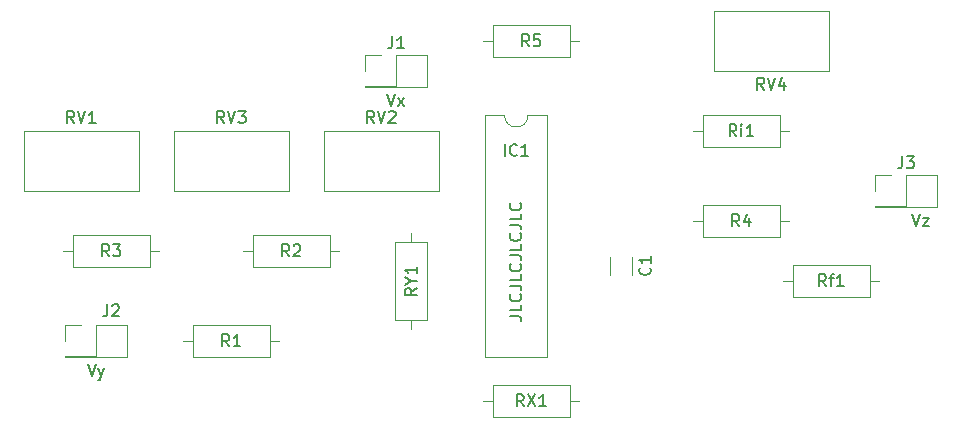
<source format=gto>
G04 #@! TF.GenerationSoftware,KiCad,Pcbnew,9.0.7*
G04 #@! TF.CreationDate,2026-02-15T14:06:54+01:00*
G04 #@! TF.ProjectId,XR-2208,58522d32-3230-4382-9e6b-696361645f70,rev?*
G04 #@! TF.SameCoordinates,Original*
G04 #@! TF.FileFunction,Legend,Top*
G04 #@! TF.FilePolarity,Positive*
%FSLAX46Y46*%
G04 Gerber Fmt 4.6, Leading zero omitted, Abs format (unit mm)*
G04 Created by KiCad (PCBNEW 9.0.7) date 2026-02-15 14:06:54*
%MOMM*%
%LPD*%
G01*
G04 APERTURE LIST*
%ADD10C,0.150000*%
%ADD11C,0.120000*%
G04 APERTURE END LIST*
D10*
X122451905Y-88354819D02*
X122785238Y-89354819D01*
X122785238Y-89354819D02*
X123118571Y-88354819D01*
X123356667Y-89354819D02*
X123880476Y-88688152D01*
X123356667Y-88688152D02*
X123880476Y-89354819D01*
X166901905Y-98514819D02*
X167235238Y-99514819D01*
X167235238Y-99514819D02*
X167568571Y-98514819D01*
X167806667Y-98848152D02*
X168330476Y-98848152D01*
X168330476Y-98848152D02*
X167806667Y-99514819D01*
X167806667Y-99514819D02*
X168330476Y-99514819D01*
X97075714Y-111214819D02*
X97409047Y-112214819D01*
X97409047Y-112214819D02*
X97742380Y-111214819D01*
X97980476Y-111548152D02*
X98218571Y-112214819D01*
X98456666Y-111548152D02*
X98218571Y-112214819D01*
X98218571Y-112214819D02*
X98123333Y-112452914D01*
X98123333Y-112452914D02*
X98075714Y-112500533D01*
X98075714Y-112500533D02*
X97980476Y-112548152D01*
X132799819Y-107119048D02*
X133514104Y-107119048D01*
X133514104Y-107119048D02*
X133656961Y-107166667D01*
X133656961Y-107166667D02*
X133752200Y-107261905D01*
X133752200Y-107261905D02*
X133799819Y-107404762D01*
X133799819Y-107404762D02*
X133799819Y-107500000D01*
X133799819Y-106166667D02*
X133799819Y-106642857D01*
X133799819Y-106642857D02*
X132799819Y-106642857D01*
X133704580Y-105261905D02*
X133752200Y-105309524D01*
X133752200Y-105309524D02*
X133799819Y-105452381D01*
X133799819Y-105452381D02*
X133799819Y-105547619D01*
X133799819Y-105547619D02*
X133752200Y-105690476D01*
X133752200Y-105690476D02*
X133656961Y-105785714D01*
X133656961Y-105785714D02*
X133561723Y-105833333D01*
X133561723Y-105833333D02*
X133371247Y-105880952D01*
X133371247Y-105880952D02*
X133228390Y-105880952D01*
X133228390Y-105880952D02*
X133037914Y-105833333D01*
X133037914Y-105833333D02*
X132942676Y-105785714D01*
X132942676Y-105785714D02*
X132847438Y-105690476D01*
X132847438Y-105690476D02*
X132799819Y-105547619D01*
X132799819Y-105547619D02*
X132799819Y-105452381D01*
X132799819Y-105452381D02*
X132847438Y-105309524D01*
X132847438Y-105309524D02*
X132895057Y-105261905D01*
X132799819Y-104547619D02*
X133514104Y-104547619D01*
X133514104Y-104547619D02*
X133656961Y-104595238D01*
X133656961Y-104595238D02*
X133752200Y-104690476D01*
X133752200Y-104690476D02*
X133799819Y-104833333D01*
X133799819Y-104833333D02*
X133799819Y-104928571D01*
X133799819Y-103595238D02*
X133799819Y-104071428D01*
X133799819Y-104071428D02*
X132799819Y-104071428D01*
X133704580Y-102690476D02*
X133752200Y-102738095D01*
X133752200Y-102738095D02*
X133799819Y-102880952D01*
X133799819Y-102880952D02*
X133799819Y-102976190D01*
X133799819Y-102976190D02*
X133752200Y-103119047D01*
X133752200Y-103119047D02*
X133656961Y-103214285D01*
X133656961Y-103214285D02*
X133561723Y-103261904D01*
X133561723Y-103261904D02*
X133371247Y-103309523D01*
X133371247Y-103309523D02*
X133228390Y-103309523D01*
X133228390Y-103309523D02*
X133037914Y-103261904D01*
X133037914Y-103261904D02*
X132942676Y-103214285D01*
X132942676Y-103214285D02*
X132847438Y-103119047D01*
X132847438Y-103119047D02*
X132799819Y-102976190D01*
X132799819Y-102976190D02*
X132799819Y-102880952D01*
X132799819Y-102880952D02*
X132847438Y-102738095D01*
X132847438Y-102738095D02*
X132895057Y-102690476D01*
X132799819Y-101976190D02*
X133514104Y-101976190D01*
X133514104Y-101976190D02*
X133656961Y-102023809D01*
X133656961Y-102023809D02*
X133752200Y-102119047D01*
X133752200Y-102119047D02*
X133799819Y-102261904D01*
X133799819Y-102261904D02*
X133799819Y-102357142D01*
X133799819Y-101023809D02*
X133799819Y-101499999D01*
X133799819Y-101499999D02*
X132799819Y-101499999D01*
X133704580Y-100119047D02*
X133752200Y-100166666D01*
X133752200Y-100166666D02*
X133799819Y-100309523D01*
X133799819Y-100309523D02*
X133799819Y-100404761D01*
X133799819Y-100404761D02*
X133752200Y-100547618D01*
X133752200Y-100547618D02*
X133656961Y-100642856D01*
X133656961Y-100642856D02*
X133561723Y-100690475D01*
X133561723Y-100690475D02*
X133371247Y-100738094D01*
X133371247Y-100738094D02*
X133228390Y-100738094D01*
X133228390Y-100738094D02*
X133037914Y-100690475D01*
X133037914Y-100690475D02*
X132942676Y-100642856D01*
X132942676Y-100642856D02*
X132847438Y-100547618D01*
X132847438Y-100547618D02*
X132799819Y-100404761D01*
X132799819Y-100404761D02*
X132799819Y-100309523D01*
X132799819Y-100309523D02*
X132847438Y-100166666D01*
X132847438Y-100166666D02*
X132895057Y-100119047D01*
X132799819Y-99404761D02*
X133514104Y-99404761D01*
X133514104Y-99404761D02*
X133656961Y-99452380D01*
X133656961Y-99452380D02*
X133752200Y-99547618D01*
X133752200Y-99547618D02*
X133799819Y-99690475D01*
X133799819Y-99690475D02*
X133799819Y-99785713D01*
X133799819Y-98452380D02*
X133799819Y-98928570D01*
X133799819Y-98928570D02*
X132799819Y-98928570D01*
X133704580Y-97547618D02*
X133752200Y-97595237D01*
X133752200Y-97595237D02*
X133799819Y-97738094D01*
X133799819Y-97738094D02*
X133799819Y-97833332D01*
X133799819Y-97833332D02*
X133752200Y-97976189D01*
X133752200Y-97976189D02*
X133656961Y-98071427D01*
X133656961Y-98071427D02*
X133561723Y-98119046D01*
X133561723Y-98119046D02*
X133371247Y-98166665D01*
X133371247Y-98166665D02*
X133228390Y-98166665D01*
X133228390Y-98166665D02*
X133037914Y-98119046D01*
X133037914Y-98119046D02*
X132942676Y-98071427D01*
X132942676Y-98071427D02*
X132847438Y-97976189D01*
X132847438Y-97976189D02*
X132799819Y-97833332D01*
X132799819Y-97833332D02*
X132799819Y-97738094D01*
X132799819Y-97738094D02*
X132847438Y-97595237D01*
X132847438Y-97595237D02*
X132895057Y-97547618D01*
X152233333Y-99514819D02*
X151900000Y-99038628D01*
X151661905Y-99514819D02*
X151661905Y-98514819D01*
X151661905Y-98514819D02*
X152042857Y-98514819D01*
X152042857Y-98514819D02*
X152138095Y-98562438D01*
X152138095Y-98562438D02*
X152185714Y-98610057D01*
X152185714Y-98610057D02*
X152233333Y-98705295D01*
X152233333Y-98705295D02*
X152233333Y-98848152D01*
X152233333Y-98848152D02*
X152185714Y-98943390D01*
X152185714Y-98943390D02*
X152138095Y-98991009D01*
X152138095Y-98991009D02*
X152042857Y-99038628D01*
X152042857Y-99038628D02*
X151661905Y-99038628D01*
X153090476Y-98848152D02*
X153090476Y-99514819D01*
X152852381Y-98467200D02*
X152614286Y-99181485D01*
X152614286Y-99181485D02*
X153233333Y-99181485D01*
X109053333Y-109674819D02*
X108720000Y-109198628D01*
X108481905Y-109674819D02*
X108481905Y-108674819D01*
X108481905Y-108674819D02*
X108862857Y-108674819D01*
X108862857Y-108674819D02*
X108958095Y-108722438D01*
X108958095Y-108722438D02*
X109005714Y-108770057D01*
X109005714Y-108770057D02*
X109053333Y-108865295D01*
X109053333Y-108865295D02*
X109053333Y-109008152D01*
X109053333Y-109008152D02*
X109005714Y-109103390D01*
X109005714Y-109103390D02*
X108958095Y-109151009D01*
X108958095Y-109151009D02*
X108862857Y-109198628D01*
X108862857Y-109198628D02*
X108481905Y-109198628D01*
X110005714Y-109674819D02*
X109434286Y-109674819D01*
X109720000Y-109674819D02*
X109720000Y-108674819D01*
X109720000Y-108674819D02*
X109624762Y-108817676D01*
X109624762Y-108817676D02*
X109529524Y-108912914D01*
X109529524Y-108912914D02*
X109434286Y-108960533D01*
X121324761Y-90774819D02*
X120991428Y-90298628D01*
X120753333Y-90774819D02*
X120753333Y-89774819D01*
X120753333Y-89774819D02*
X121134285Y-89774819D01*
X121134285Y-89774819D02*
X121229523Y-89822438D01*
X121229523Y-89822438D02*
X121277142Y-89870057D01*
X121277142Y-89870057D02*
X121324761Y-89965295D01*
X121324761Y-89965295D02*
X121324761Y-90108152D01*
X121324761Y-90108152D02*
X121277142Y-90203390D01*
X121277142Y-90203390D02*
X121229523Y-90251009D01*
X121229523Y-90251009D02*
X121134285Y-90298628D01*
X121134285Y-90298628D02*
X120753333Y-90298628D01*
X121610476Y-89774819D02*
X121943809Y-90774819D01*
X121943809Y-90774819D02*
X122277142Y-89774819D01*
X122562857Y-89870057D02*
X122610476Y-89822438D01*
X122610476Y-89822438D02*
X122705714Y-89774819D01*
X122705714Y-89774819D02*
X122943809Y-89774819D01*
X122943809Y-89774819D02*
X123039047Y-89822438D01*
X123039047Y-89822438D02*
X123086666Y-89870057D01*
X123086666Y-89870057D02*
X123134285Y-89965295D01*
X123134285Y-89965295D02*
X123134285Y-90060533D01*
X123134285Y-90060533D02*
X123086666Y-90203390D01*
X123086666Y-90203390D02*
X122515238Y-90774819D01*
X122515238Y-90774819D02*
X123134285Y-90774819D01*
X95924761Y-90774819D02*
X95591428Y-90298628D01*
X95353333Y-90774819D02*
X95353333Y-89774819D01*
X95353333Y-89774819D02*
X95734285Y-89774819D01*
X95734285Y-89774819D02*
X95829523Y-89822438D01*
X95829523Y-89822438D02*
X95877142Y-89870057D01*
X95877142Y-89870057D02*
X95924761Y-89965295D01*
X95924761Y-89965295D02*
X95924761Y-90108152D01*
X95924761Y-90108152D02*
X95877142Y-90203390D01*
X95877142Y-90203390D02*
X95829523Y-90251009D01*
X95829523Y-90251009D02*
X95734285Y-90298628D01*
X95734285Y-90298628D02*
X95353333Y-90298628D01*
X96210476Y-89774819D02*
X96543809Y-90774819D01*
X96543809Y-90774819D02*
X96877142Y-89774819D01*
X97734285Y-90774819D02*
X97162857Y-90774819D01*
X97448571Y-90774819D02*
X97448571Y-89774819D01*
X97448571Y-89774819D02*
X97353333Y-89917676D01*
X97353333Y-89917676D02*
X97258095Y-90012914D01*
X97258095Y-90012914D02*
X97162857Y-90060533D01*
X133977142Y-114754819D02*
X133643809Y-114278628D01*
X133405714Y-114754819D02*
X133405714Y-113754819D01*
X133405714Y-113754819D02*
X133786666Y-113754819D01*
X133786666Y-113754819D02*
X133881904Y-113802438D01*
X133881904Y-113802438D02*
X133929523Y-113850057D01*
X133929523Y-113850057D02*
X133977142Y-113945295D01*
X133977142Y-113945295D02*
X133977142Y-114088152D01*
X133977142Y-114088152D02*
X133929523Y-114183390D01*
X133929523Y-114183390D02*
X133881904Y-114231009D01*
X133881904Y-114231009D02*
X133786666Y-114278628D01*
X133786666Y-114278628D02*
X133405714Y-114278628D01*
X134310476Y-113754819D02*
X134977142Y-114754819D01*
X134977142Y-113754819D02*
X134310476Y-114754819D01*
X135881904Y-114754819D02*
X135310476Y-114754819D01*
X135596190Y-114754819D02*
X135596190Y-113754819D01*
X135596190Y-113754819D02*
X135500952Y-113897676D01*
X135500952Y-113897676D02*
X135405714Y-113992914D01*
X135405714Y-113992914D02*
X135310476Y-114040533D01*
X108624761Y-90774819D02*
X108291428Y-90298628D01*
X108053333Y-90774819D02*
X108053333Y-89774819D01*
X108053333Y-89774819D02*
X108434285Y-89774819D01*
X108434285Y-89774819D02*
X108529523Y-89822438D01*
X108529523Y-89822438D02*
X108577142Y-89870057D01*
X108577142Y-89870057D02*
X108624761Y-89965295D01*
X108624761Y-89965295D02*
X108624761Y-90108152D01*
X108624761Y-90108152D02*
X108577142Y-90203390D01*
X108577142Y-90203390D02*
X108529523Y-90251009D01*
X108529523Y-90251009D02*
X108434285Y-90298628D01*
X108434285Y-90298628D02*
X108053333Y-90298628D01*
X108910476Y-89774819D02*
X109243809Y-90774819D01*
X109243809Y-90774819D02*
X109577142Y-89774819D01*
X109815238Y-89774819D02*
X110434285Y-89774819D01*
X110434285Y-89774819D02*
X110100952Y-90155771D01*
X110100952Y-90155771D02*
X110243809Y-90155771D01*
X110243809Y-90155771D02*
X110339047Y-90203390D01*
X110339047Y-90203390D02*
X110386666Y-90251009D01*
X110386666Y-90251009D02*
X110434285Y-90346247D01*
X110434285Y-90346247D02*
X110434285Y-90584342D01*
X110434285Y-90584342D02*
X110386666Y-90679580D01*
X110386666Y-90679580D02*
X110339047Y-90727200D01*
X110339047Y-90727200D02*
X110243809Y-90774819D01*
X110243809Y-90774819D02*
X109958095Y-90774819D01*
X109958095Y-90774819D02*
X109862857Y-90727200D01*
X109862857Y-90727200D02*
X109815238Y-90679580D01*
X132368810Y-93554819D02*
X132368810Y-92554819D01*
X133416428Y-93459580D02*
X133368809Y-93507200D01*
X133368809Y-93507200D02*
X133225952Y-93554819D01*
X133225952Y-93554819D02*
X133130714Y-93554819D01*
X133130714Y-93554819D02*
X132987857Y-93507200D01*
X132987857Y-93507200D02*
X132892619Y-93411961D01*
X132892619Y-93411961D02*
X132845000Y-93316723D01*
X132845000Y-93316723D02*
X132797381Y-93126247D01*
X132797381Y-93126247D02*
X132797381Y-92983390D01*
X132797381Y-92983390D02*
X132845000Y-92792914D01*
X132845000Y-92792914D02*
X132892619Y-92697676D01*
X132892619Y-92697676D02*
X132987857Y-92602438D01*
X132987857Y-92602438D02*
X133130714Y-92554819D01*
X133130714Y-92554819D02*
X133225952Y-92554819D01*
X133225952Y-92554819D02*
X133368809Y-92602438D01*
X133368809Y-92602438D02*
X133416428Y-92650057D01*
X134368809Y-93554819D02*
X133797381Y-93554819D01*
X134083095Y-93554819D02*
X134083095Y-92554819D01*
X134083095Y-92554819D02*
X133987857Y-92697676D01*
X133987857Y-92697676D02*
X133892619Y-92792914D01*
X133892619Y-92792914D02*
X133797381Y-92840533D01*
X124914819Y-104735238D02*
X124438628Y-105068571D01*
X124914819Y-105306666D02*
X123914819Y-105306666D01*
X123914819Y-105306666D02*
X123914819Y-104925714D01*
X123914819Y-104925714D02*
X123962438Y-104830476D01*
X123962438Y-104830476D02*
X124010057Y-104782857D01*
X124010057Y-104782857D02*
X124105295Y-104735238D01*
X124105295Y-104735238D02*
X124248152Y-104735238D01*
X124248152Y-104735238D02*
X124343390Y-104782857D01*
X124343390Y-104782857D02*
X124391009Y-104830476D01*
X124391009Y-104830476D02*
X124438628Y-104925714D01*
X124438628Y-104925714D02*
X124438628Y-105306666D01*
X124438628Y-104116190D02*
X124914819Y-104116190D01*
X123914819Y-104449523D02*
X124438628Y-104116190D01*
X124438628Y-104116190D02*
X123914819Y-103782857D01*
X124914819Y-102925714D02*
X124914819Y-103497142D01*
X124914819Y-103211428D02*
X123914819Y-103211428D01*
X123914819Y-103211428D02*
X124057676Y-103306666D01*
X124057676Y-103306666D02*
X124152914Y-103401904D01*
X124152914Y-103401904D02*
X124200533Y-103497142D01*
X151995238Y-91894819D02*
X151661905Y-91418628D01*
X151423810Y-91894819D02*
X151423810Y-90894819D01*
X151423810Y-90894819D02*
X151804762Y-90894819D01*
X151804762Y-90894819D02*
X151900000Y-90942438D01*
X151900000Y-90942438D02*
X151947619Y-90990057D01*
X151947619Y-90990057D02*
X151995238Y-91085295D01*
X151995238Y-91085295D02*
X151995238Y-91228152D01*
X151995238Y-91228152D02*
X151947619Y-91323390D01*
X151947619Y-91323390D02*
X151900000Y-91371009D01*
X151900000Y-91371009D02*
X151804762Y-91418628D01*
X151804762Y-91418628D02*
X151423810Y-91418628D01*
X152423810Y-91894819D02*
X152423810Y-91228152D01*
X152423810Y-90894819D02*
X152376191Y-90942438D01*
X152376191Y-90942438D02*
X152423810Y-90990057D01*
X152423810Y-90990057D02*
X152471429Y-90942438D01*
X152471429Y-90942438D02*
X152423810Y-90894819D01*
X152423810Y-90894819D02*
X152423810Y-90990057D01*
X153423809Y-91894819D02*
X152852381Y-91894819D01*
X153138095Y-91894819D02*
X153138095Y-90894819D01*
X153138095Y-90894819D02*
X153042857Y-91037676D01*
X153042857Y-91037676D02*
X152947619Y-91132914D01*
X152947619Y-91132914D02*
X152852381Y-91180533D01*
X114133333Y-102054819D02*
X113800000Y-101578628D01*
X113561905Y-102054819D02*
X113561905Y-101054819D01*
X113561905Y-101054819D02*
X113942857Y-101054819D01*
X113942857Y-101054819D02*
X114038095Y-101102438D01*
X114038095Y-101102438D02*
X114085714Y-101150057D01*
X114085714Y-101150057D02*
X114133333Y-101245295D01*
X114133333Y-101245295D02*
X114133333Y-101388152D01*
X114133333Y-101388152D02*
X114085714Y-101483390D01*
X114085714Y-101483390D02*
X114038095Y-101531009D01*
X114038095Y-101531009D02*
X113942857Y-101578628D01*
X113942857Y-101578628D02*
X113561905Y-101578628D01*
X114514286Y-101150057D02*
X114561905Y-101102438D01*
X114561905Y-101102438D02*
X114657143Y-101054819D01*
X114657143Y-101054819D02*
X114895238Y-101054819D01*
X114895238Y-101054819D02*
X114990476Y-101102438D01*
X114990476Y-101102438D02*
X115038095Y-101150057D01*
X115038095Y-101150057D02*
X115085714Y-101245295D01*
X115085714Y-101245295D02*
X115085714Y-101340533D01*
X115085714Y-101340533D02*
X115038095Y-101483390D01*
X115038095Y-101483390D02*
X114466667Y-102054819D01*
X114466667Y-102054819D02*
X115085714Y-102054819D01*
X98726666Y-106134819D02*
X98726666Y-106849104D01*
X98726666Y-106849104D02*
X98679047Y-106991961D01*
X98679047Y-106991961D02*
X98583809Y-107087200D01*
X98583809Y-107087200D02*
X98440952Y-107134819D01*
X98440952Y-107134819D02*
X98345714Y-107134819D01*
X99155238Y-106230057D02*
X99202857Y-106182438D01*
X99202857Y-106182438D02*
X99298095Y-106134819D01*
X99298095Y-106134819D02*
X99536190Y-106134819D01*
X99536190Y-106134819D02*
X99631428Y-106182438D01*
X99631428Y-106182438D02*
X99679047Y-106230057D01*
X99679047Y-106230057D02*
X99726666Y-106325295D01*
X99726666Y-106325295D02*
X99726666Y-106420533D01*
X99726666Y-106420533D02*
X99679047Y-106563390D01*
X99679047Y-106563390D02*
X99107619Y-107134819D01*
X99107619Y-107134819D02*
X99726666Y-107134819D01*
X134453333Y-84274819D02*
X134120000Y-83798628D01*
X133881905Y-84274819D02*
X133881905Y-83274819D01*
X133881905Y-83274819D02*
X134262857Y-83274819D01*
X134262857Y-83274819D02*
X134358095Y-83322438D01*
X134358095Y-83322438D02*
X134405714Y-83370057D01*
X134405714Y-83370057D02*
X134453333Y-83465295D01*
X134453333Y-83465295D02*
X134453333Y-83608152D01*
X134453333Y-83608152D02*
X134405714Y-83703390D01*
X134405714Y-83703390D02*
X134358095Y-83751009D01*
X134358095Y-83751009D02*
X134262857Y-83798628D01*
X134262857Y-83798628D02*
X133881905Y-83798628D01*
X135358095Y-83274819D02*
X134881905Y-83274819D01*
X134881905Y-83274819D02*
X134834286Y-83751009D01*
X134834286Y-83751009D02*
X134881905Y-83703390D01*
X134881905Y-83703390D02*
X134977143Y-83655771D01*
X134977143Y-83655771D02*
X135215238Y-83655771D01*
X135215238Y-83655771D02*
X135310476Y-83703390D01*
X135310476Y-83703390D02*
X135358095Y-83751009D01*
X135358095Y-83751009D02*
X135405714Y-83846247D01*
X135405714Y-83846247D02*
X135405714Y-84084342D01*
X135405714Y-84084342D02*
X135358095Y-84179580D01*
X135358095Y-84179580D02*
X135310476Y-84227200D01*
X135310476Y-84227200D02*
X135215238Y-84274819D01*
X135215238Y-84274819D02*
X134977143Y-84274819D01*
X134977143Y-84274819D02*
X134881905Y-84227200D01*
X134881905Y-84227200D02*
X134834286Y-84179580D01*
X122856666Y-83434819D02*
X122856666Y-84149104D01*
X122856666Y-84149104D02*
X122809047Y-84291961D01*
X122809047Y-84291961D02*
X122713809Y-84387200D01*
X122713809Y-84387200D02*
X122570952Y-84434819D01*
X122570952Y-84434819D02*
X122475714Y-84434819D01*
X123856666Y-84434819D02*
X123285238Y-84434819D01*
X123570952Y-84434819D02*
X123570952Y-83434819D01*
X123570952Y-83434819D02*
X123475714Y-83577676D01*
X123475714Y-83577676D02*
X123380476Y-83672914D01*
X123380476Y-83672914D02*
X123285238Y-83720533D01*
X166036666Y-93594819D02*
X166036666Y-94309104D01*
X166036666Y-94309104D02*
X165989047Y-94451961D01*
X165989047Y-94451961D02*
X165893809Y-94547200D01*
X165893809Y-94547200D02*
X165750952Y-94594819D01*
X165750952Y-94594819D02*
X165655714Y-94594819D01*
X166417619Y-93594819D02*
X167036666Y-93594819D01*
X167036666Y-93594819D02*
X166703333Y-93975771D01*
X166703333Y-93975771D02*
X166846190Y-93975771D01*
X166846190Y-93975771D02*
X166941428Y-94023390D01*
X166941428Y-94023390D02*
X166989047Y-94071009D01*
X166989047Y-94071009D02*
X167036666Y-94166247D01*
X167036666Y-94166247D02*
X167036666Y-94404342D01*
X167036666Y-94404342D02*
X166989047Y-94499580D01*
X166989047Y-94499580D02*
X166941428Y-94547200D01*
X166941428Y-94547200D02*
X166846190Y-94594819D01*
X166846190Y-94594819D02*
X166560476Y-94594819D01*
X166560476Y-94594819D02*
X166465238Y-94547200D01*
X166465238Y-94547200D02*
X166417619Y-94499580D01*
X159567618Y-104594819D02*
X159234285Y-104118628D01*
X158996190Y-104594819D02*
X158996190Y-103594819D01*
X158996190Y-103594819D02*
X159377142Y-103594819D01*
X159377142Y-103594819D02*
X159472380Y-103642438D01*
X159472380Y-103642438D02*
X159519999Y-103690057D01*
X159519999Y-103690057D02*
X159567618Y-103785295D01*
X159567618Y-103785295D02*
X159567618Y-103928152D01*
X159567618Y-103928152D02*
X159519999Y-104023390D01*
X159519999Y-104023390D02*
X159472380Y-104071009D01*
X159472380Y-104071009D02*
X159377142Y-104118628D01*
X159377142Y-104118628D02*
X158996190Y-104118628D01*
X159853333Y-103928152D02*
X160234285Y-103928152D01*
X159996190Y-104594819D02*
X159996190Y-103737676D01*
X159996190Y-103737676D02*
X160043809Y-103642438D01*
X160043809Y-103642438D02*
X160139047Y-103594819D01*
X160139047Y-103594819D02*
X160234285Y-103594819D01*
X161091428Y-104594819D02*
X160520000Y-104594819D01*
X160805714Y-104594819D02*
X160805714Y-103594819D01*
X160805714Y-103594819D02*
X160710476Y-103737676D01*
X160710476Y-103737676D02*
X160615238Y-103832914D01*
X160615238Y-103832914D02*
X160520000Y-103880533D01*
X144649580Y-103016666D02*
X144697200Y-103064285D01*
X144697200Y-103064285D02*
X144744819Y-103207142D01*
X144744819Y-103207142D02*
X144744819Y-103302380D01*
X144744819Y-103302380D02*
X144697200Y-103445237D01*
X144697200Y-103445237D02*
X144601961Y-103540475D01*
X144601961Y-103540475D02*
X144506723Y-103588094D01*
X144506723Y-103588094D02*
X144316247Y-103635713D01*
X144316247Y-103635713D02*
X144173390Y-103635713D01*
X144173390Y-103635713D02*
X143982914Y-103588094D01*
X143982914Y-103588094D02*
X143887676Y-103540475D01*
X143887676Y-103540475D02*
X143792438Y-103445237D01*
X143792438Y-103445237D02*
X143744819Y-103302380D01*
X143744819Y-103302380D02*
X143744819Y-103207142D01*
X143744819Y-103207142D02*
X143792438Y-103064285D01*
X143792438Y-103064285D02*
X143840057Y-103016666D01*
X144744819Y-102064285D02*
X144744819Y-102635713D01*
X144744819Y-102349999D02*
X143744819Y-102349999D01*
X143744819Y-102349999D02*
X143887676Y-102445237D01*
X143887676Y-102445237D02*
X143982914Y-102540475D01*
X143982914Y-102540475D02*
X144030533Y-102635713D01*
X98893333Y-102054819D02*
X98560000Y-101578628D01*
X98321905Y-102054819D02*
X98321905Y-101054819D01*
X98321905Y-101054819D02*
X98702857Y-101054819D01*
X98702857Y-101054819D02*
X98798095Y-101102438D01*
X98798095Y-101102438D02*
X98845714Y-101150057D01*
X98845714Y-101150057D02*
X98893333Y-101245295D01*
X98893333Y-101245295D02*
X98893333Y-101388152D01*
X98893333Y-101388152D02*
X98845714Y-101483390D01*
X98845714Y-101483390D02*
X98798095Y-101531009D01*
X98798095Y-101531009D02*
X98702857Y-101578628D01*
X98702857Y-101578628D02*
X98321905Y-101578628D01*
X99226667Y-101054819D02*
X99845714Y-101054819D01*
X99845714Y-101054819D02*
X99512381Y-101435771D01*
X99512381Y-101435771D02*
X99655238Y-101435771D01*
X99655238Y-101435771D02*
X99750476Y-101483390D01*
X99750476Y-101483390D02*
X99798095Y-101531009D01*
X99798095Y-101531009D02*
X99845714Y-101626247D01*
X99845714Y-101626247D02*
X99845714Y-101864342D01*
X99845714Y-101864342D02*
X99798095Y-101959580D01*
X99798095Y-101959580D02*
X99750476Y-102007200D01*
X99750476Y-102007200D02*
X99655238Y-102054819D01*
X99655238Y-102054819D02*
X99369524Y-102054819D01*
X99369524Y-102054819D02*
X99274286Y-102007200D01*
X99274286Y-102007200D02*
X99226667Y-101959580D01*
X154344761Y-87934819D02*
X154011428Y-87458628D01*
X153773333Y-87934819D02*
X153773333Y-86934819D01*
X153773333Y-86934819D02*
X154154285Y-86934819D01*
X154154285Y-86934819D02*
X154249523Y-86982438D01*
X154249523Y-86982438D02*
X154297142Y-87030057D01*
X154297142Y-87030057D02*
X154344761Y-87125295D01*
X154344761Y-87125295D02*
X154344761Y-87268152D01*
X154344761Y-87268152D02*
X154297142Y-87363390D01*
X154297142Y-87363390D02*
X154249523Y-87411009D01*
X154249523Y-87411009D02*
X154154285Y-87458628D01*
X154154285Y-87458628D02*
X153773333Y-87458628D01*
X154630476Y-86934819D02*
X154963809Y-87934819D01*
X154963809Y-87934819D02*
X155297142Y-86934819D01*
X156059047Y-87268152D02*
X156059047Y-87934819D01*
X155820952Y-86887200D02*
X155582857Y-87601485D01*
X155582857Y-87601485D02*
X156201904Y-87601485D01*
D11*
G04 #@! TO.C,R4*
X148360000Y-99060000D02*
X149130000Y-99060000D01*
X156440000Y-99060000D02*
X155670000Y-99060000D01*
X155670000Y-100430000D02*
X149130000Y-100430000D01*
X149130000Y-97690000D01*
X155670000Y-97690000D01*
X155670000Y-100430000D01*
G04 #@! TO.C,R1*
X105180000Y-109220000D02*
X105950000Y-109220000D01*
X113260000Y-109220000D02*
X112490000Y-109220000D01*
X105950000Y-107850000D02*
X112490000Y-107850000D01*
X112490000Y-110590000D01*
X105950000Y-110590000D01*
X105950000Y-107850000D01*
G04 #@! TO.C,RV2*
X117045000Y-91460000D02*
X126795000Y-91460000D01*
X117045000Y-96510000D02*
X117045000Y-91460000D01*
X126795000Y-91460000D02*
X126795000Y-96510000D01*
X126795000Y-96510000D02*
X117045000Y-96510000D01*
G04 #@! TO.C,RV1*
X91645000Y-91460000D02*
X101395000Y-91460000D01*
X91645000Y-96510000D02*
X91645000Y-91460000D01*
X101395000Y-91460000D02*
X101395000Y-96510000D01*
X101395000Y-96510000D02*
X91645000Y-96510000D01*
G04 #@! TO.C,RX1*
X130580000Y-114300000D02*
X131350000Y-114300000D01*
X138660000Y-114300000D02*
X137890000Y-114300000D01*
X131350000Y-112930000D02*
X137890000Y-112930000D01*
X137890000Y-115670000D01*
X131350000Y-115670000D01*
X131350000Y-112930000D01*
G04 #@! TO.C,RV3*
X104345000Y-91460000D02*
X114095000Y-91460000D01*
X104345000Y-96510000D02*
X104345000Y-91460000D01*
X114095000Y-91460000D02*
X114095000Y-96510000D01*
X114095000Y-96510000D02*
X104345000Y-96510000D01*
G04 #@! TO.C,IC1*
X130700000Y-90110000D02*
X130700000Y-110550000D01*
X130700000Y-110550000D02*
X136000000Y-110550000D01*
X132350000Y-90110000D02*
X130700000Y-90110000D01*
X136000000Y-90110000D02*
X134350000Y-90110000D01*
X136000000Y-110550000D02*
X136000000Y-90110000D01*
X134350000Y-90110000D02*
G75*
G02*
X132350000Y-90110000I-1000000J0D01*
G01*
G04 #@! TO.C,RY1*
X124460000Y-100100000D02*
X124460000Y-100870000D01*
X124460000Y-108180000D02*
X124460000Y-107410000D01*
X123090000Y-107410000D02*
X125830000Y-107410000D01*
X125830000Y-100870000D01*
X123090000Y-100870000D01*
X123090000Y-107410000D01*
G04 #@! TO.C,Ri1*
X148360000Y-91440000D02*
X149130000Y-91440000D01*
X156440000Y-91440000D02*
X155670000Y-91440000D01*
X149130000Y-90070000D02*
X155670000Y-90070000D01*
X155670000Y-92810000D01*
X149130000Y-92810000D01*
X149130000Y-90070000D01*
G04 #@! TO.C,R2*
X110260000Y-101600000D02*
X111030000Y-101600000D01*
X118340000Y-101600000D02*
X117570000Y-101600000D01*
X111030000Y-100230000D02*
X117570000Y-100230000D01*
X117570000Y-102970000D01*
X111030000Y-102970000D01*
X111030000Y-100230000D01*
G04 #@! TO.C,J2*
X95140000Y-107840000D02*
X96520000Y-107840000D01*
X95140000Y-109220000D02*
X95140000Y-107840000D01*
X95140000Y-110490000D02*
X95140000Y-110600000D01*
X95140000Y-110490000D02*
X97790000Y-110490000D01*
X95140000Y-110600000D02*
X100440000Y-110600000D01*
X97790000Y-107840000D02*
X100440000Y-107840000D01*
X97790000Y-110490000D02*
X97790000Y-107840000D01*
X100440000Y-107840000D02*
X100440000Y-110600000D01*
G04 #@! TO.C,R5*
X130580000Y-83820000D02*
X131350000Y-83820000D01*
X138660000Y-83820000D02*
X137890000Y-83820000D01*
X131350000Y-82450000D02*
X137890000Y-82450000D01*
X137890000Y-85190000D01*
X131350000Y-85190000D01*
X131350000Y-82450000D01*
G04 #@! TO.C,J1*
X120540000Y-84980000D02*
X121920000Y-84980000D01*
X120540000Y-86360000D02*
X120540000Y-84980000D01*
X120540000Y-87630000D02*
X120540000Y-87740000D01*
X120540000Y-87630000D02*
X123190000Y-87630000D01*
X120540000Y-87740000D02*
X125840000Y-87740000D01*
X123190000Y-84980000D02*
X125840000Y-84980000D01*
X123190000Y-87630000D02*
X123190000Y-84980000D01*
X125840000Y-84980000D02*
X125840000Y-87740000D01*
G04 #@! TO.C,J3*
X163720000Y-95140000D02*
X165100000Y-95140000D01*
X163720000Y-96520000D02*
X163720000Y-95140000D01*
X163720000Y-97790000D02*
X163720000Y-97900000D01*
X163720000Y-97790000D02*
X166370000Y-97790000D01*
X163720000Y-97900000D02*
X169020000Y-97900000D01*
X166370000Y-95140000D02*
X169020000Y-95140000D01*
X166370000Y-97790000D02*
X166370000Y-95140000D01*
X169020000Y-95140000D02*
X169020000Y-97900000D01*
G04 #@! TO.C,Rf1*
X155980000Y-104140000D02*
X156750000Y-104140000D01*
X164060000Y-104140000D02*
X163290000Y-104140000D01*
X156750000Y-102770000D02*
X163290000Y-102770000D01*
X163290000Y-105510000D01*
X156750000Y-105510000D01*
X156750000Y-102770000D01*
G04 #@! TO.C,C1*
X141320000Y-103615000D02*
X141320000Y-102085000D01*
X143160000Y-102085000D02*
X143160000Y-103615000D01*
G04 #@! TO.C,R3*
X95020000Y-101600000D02*
X95790000Y-101600000D01*
X103100000Y-101600000D02*
X102330000Y-101600000D01*
X102330000Y-102970000D02*
X95790000Y-102970000D01*
X95790000Y-100230000D01*
X102330000Y-100230000D01*
X102330000Y-102970000D01*
G04 #@! TO.C,RV4*
X150065000Y-81290000D02*
X159815000Y-81290000D01*
X150065000Y-86340000D02*
X150065000Y-81290000D01*
X159815000Y-81290000D02*
X159815000Y-86340000D01*
X159815000Y-86340000D02*
X150065000Y-86340000D01*
G04 #@! TD*
M02*

</source>
